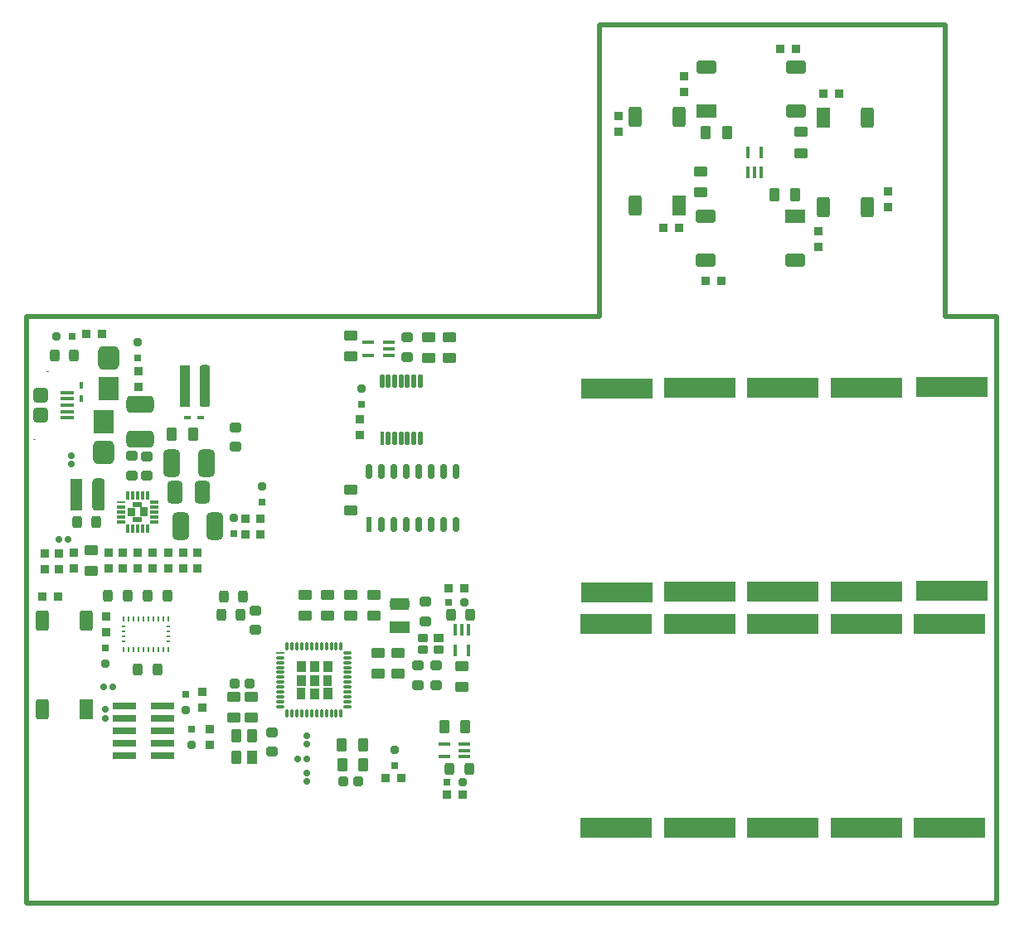
<source format=gtp>
G04*
G04 #@! TF.GenerationSoftware,Altium Limited,Altium Designer,22.2.1 (43)*
G04*
G04 Layer_Color=8421504*
%FSLAX25Y25*%
%MOIN*%
G70*
G04*
G04 #@! TF.SameCoordinates,3F60BFF8-F64E-45F8-B6E0-E43E19044127*
G04*
G04*
G04 #@! TF.FilePolarity,Positive*
G04*
G01*
G75*
%ADD16C,0.02000*%
%ADD17C,0.00000*%
%ADD18R,0.08465X0.09646*%
G04:AMPARAMS|DCode=19|XSize=84.65mil|YSize=96.46mil|CornerRadius=21.16mil|HoleSize=0mil|Usage=FLASHONLY|Rotation=180.000|XOffset=0mil|YOffset=0mil|HoleType=Round|Shape=RoundedRectangle|*
%AMROUNDEDRECTD19*
21,1,0.08465,0.05413,0,0,180.0*
21,1,0.04232,0.09646,0,0,180.0*
1,1,0.04232,-0.02116,0.02707*
1,1,0.04232,0.02116,0.02707*
1,1,0.04232,0.02116,-0.02707*
1,1,0.04232,-0.02116,-0.02707*
%
%ADD19ROUNDEDRECTD19*%
G04:AMPARAMS|DCode=20|XSize=35.43mil|YSize=35.43mil|CornerRadius=8.86mil|HoleSize=0mil|Usage=FLASHONLY|Rotation=90.000|XOffset=0mil|YOffset=0mil|HoleType=Round|Shape=RoundedRectangle|*
%AMROUNDEDRECTD20*
21,1,0.03543,0.01772,0,0,90.0*
21,1,0.01772,0.03543,0,0,90.0*
1,1,0.01772,0.00886,0.00886*
1,1,0.01772,0.00886,-0.00886*
1,1,0.01772,-0.00886,-0.00886*
1,1,0.01772,-0.00886,0.00886*
%
%ADD20ROUNDEDRECTD20*%
G04:AMPARAMS|DCode=21|XSize=35.43mil|YSize=35.43mil|CornerRadius=8.86mil|HoleSize=0mil|Usage=FLASHONLY|Rotation=180.000|XOffset=0mil|YOffset=0mil|HoleType=Round|Shape=RoundedRectangle|*
%AMROUNDEDRECTD21*
21,1,0.03543,0.01772,0,0,180.0*
21,1,0.01772,0.03543,0,0,180.0*
1,1,0.01772,-0.00886,0.00886*
1,1,0.01772,0.00886,0.00886*
1,1,0.01772,0.00886,-0.00886*
1,1,0.01772,-0.00886,-0.00886*
%
%ADD21ROUNDEDRECTD21*%
G04:AMPARAMS|DCode=22|XSize=90.55mil|YSize=62.99mil|CornerRadius=15.75mil|HoleSize=0mil|Usage=FLASHONLY|Rotation=90.000|XOffset=0mil|YOffset=0mil|HoleType=Round|Shape=RoundedRectangle|*
%AMROUNDEDRECTD22*
21,1,0.09055,0.03150,0,0,90.0*
21,1,0.05906,0.06299,0,0,90.0*
1,1,0.03150,0.01575,0.02953*
1,1,0.03150,0.01575,-0.02953*
1,1,0.03150,-0.01575,-0.02953*
1,1,0.03150,-0.01575,0.02953*
%
%ADD22ROUNDEDRECTD22*%
G04:AMPARAMS|DCode=23|XSize=78.74mil|YSize=49.21mil|CornerRadius=12.3mil|HoleSize=0mil|Usage=FLASHONLY|Rotation=180.000|XOffset=0mil|YOffset=0mil|HoleType=Round|Shape=RoundedRectangle|*
%AMROUNDEDRECTD23*
21,1,0.07874,0.02461,0,0,180.0*
21,1,0.05413,0.04921,0,0,180.0*
1,1,0.02461,-0.02707,0.01230*
1,1,0.02461,0.02707,0.01230*
1,1,0.02461,0.02707,-0.01230*
1,1,0.02461,-0.02707,-0.01230*
%
%ADD23ROUNDEDRECTD23*%
%ADD24R,0.07874X0.04921*%
G04:AMPARAMS|DCode=25|XSize=130mil|YSize=50mil|CornerRadius=12.5mil|HoleSize=0mil|Usage=FLASHONLY|Rotation=90.000|XOffset=0mil|YOffset=0mil|HoleType=Round|Shape=RoundedRectangle|*
%AMROUNDEDRECTD25*
21,1,0.13000,0.02500,0,0,90.0*
21,1,0.10500,0.05000,0,0,90.0*
1,1,0.02500,0.01250,0.05250*
1,1,0.02500,0.01250,-0.05250*
1,1,0.02500,-0.01250,-0.05250*
1,1,0.02500,-0.01250,0.05250*
%
%ADD25ROUNDEDRECTD25*%
%ADD26R,0.05000X0.13000*%
%ADD27R,0.00984X0.02067*%
%ADD28R,0.01673X0.00984*%
G04:AMPARAMS|DCode=29|XSize=59.06mil|YSize=61.02mil|CornerRadius=14.76mil|HoleSize=0mil|Usage=FLASHONLY|Rotation=270.000|XOffset=0mil|YOffset=0mil|HoleType=Round|Shape=RoundedRectangle|*
%AMROUNDEDRECTD29*
21,1,0.05906,0.03150,0,0,270.0*
21,1,0.02953,0.06102,0,0,270.0*
1,1,0.02953,-0.01575,-0.01476*
1,1,0.02953,-0.01575,0.01476*
1,1,0.02953,0.01575,0.01476*
1,1,0.02953,0.01575,-0.01476*
%
%ADD29ROUNDEDRECTD29*%
G04:AMPARAMS|DCode=30|XSize=15.75mil|YSize=53.15mil|CornerRadius=3.94mil|HoleSize=0mil|Usage=FLASHONLY|Rotation=270.000|XOffset=0mil|YOffset=0mil|HoleType=Round|Shape=RoundedRectangle|*
%AMROUNDEDRECTD30*
21,1,0.01575,0.04528,0,0,270.0*
21,1,0.00787,0.05315,0,0,270.0*
1,1,0.00787,-0.02264,-0.00394*
1,1,0.00787,-0.02264,0.00394*
1,1,0.00787,0.02264,0.00394*
1,1,0.00787,0.02264,-0.00394*
%
%ADD30ROUNDEDRECTD30*%
%ADD31R,0.05512X0.08268*%
G04:AMPARAMS|DCode=32|XSize=82.68mil|YSize=55.12mil|CornerRadius=13.78mil|HoleSize=0mil|Usage=FLASHONLY|Rotation=90.000|XOffset=0mil|YOffset=0mil|HoleType=Round|Shape=RoundedRectangle|*
%AMROUNDEDRECTD32*
21,1,0.08268,0.02756,0,0,90.0*
21,1,0.05512,0.05512,0,0,90.0*
1,1,0.02756,0.01378,0.02756*
1,1,0.02756,0.01378,-0.02756*
1,1,0.02756,-0.01378,-0.02756*
1,1,0.02756,-0.01378,0.02756*
%
%ADD32ROUNDEDRECTD32*%
G04:AMPARAMS|DCode=33|XSize=82.68mil|YSize=55.12mil|CornerRadius=13.78mil|HoleSize=0mil|Usage=FLASHONLY|Rotation=180.000|XOffset=0mil|YOffset=0mil|HoleType=Round|Shape=RoundedRectangle|*
%AMROUNDEDRECTD33*
21,1,0.08268,0.02756,0,0,180.0*
21,1,0.05512,0.05512,0,0,180.0*
1,1,0.02756,-0.02756,0.01378*
1,1,0.02756,0.02756,0.01378*
1,1,0.02756,0.02756,-0.01378*
1,1,0.02756,-0.02756,-0.01378*
%
%ADD33ROUNDEDRECTD33*%
%ADD34R,0.08268X0.05512*%
%ADD35R,0.04685X0.01575*%
G04:AMPARAMS|DCode=36|XSize=46.85mil|YSize=15.75mil|CornerRadius=1.97mil|HoleSize=0mil|Usage=FLASHONLY|Rotation=180.000|XOffset=0mil|YOffset=0mil|HoleType=Round|Shape=RoundedRectangle|*
%AMROUNDEDRECTD36*
21,1,0.04685,0.01181,0,0,180.0*
21,1,0.04291,0.01575,0,0,180.0*
1,1,0.00394,-0.02146,0.00591*
1,1,0.00394,0.02146,0.00591*
1,1,0.00394,0.02146,-0.00591*
1,1,0.00394,-0.02146,-0.00591*
%
%ADD36ROUNDEDRECTD36*%
G04:AMPARAMS|DCode=37|XSize=46.85mil|YSize=15.75mil|CornerRadius=1.97mil|HoleSize=0mil|Usage=FLASHONLY|Rotation=90.000|XOffset=0mil|YOffset=0mil|HoleType=Round|Shape=RoundedRectangle|*
%AMROUNDEDRECTD37*
21,1,0.04685,0.01181,0,0,90.0*
21,1,0.04291,0.01575,0,0,90.0*
1,1,0.00394,0.00591,0.02146*
1,1,0.00394,0.00591,-0.02146*
1,1,0.00394,-0.00591,-0.02146*
1,1,0.00394,-0.00591,0.02146*
%
%ADD37ROUNDEDRECTD37*%
%ADD38R,0.01575X0.04685*%
%ADD39R,0.02362X0.06102*%
G04:AMPARAMS|DCode=40|XSize=23.62mil|YSize=61.02mil|CornerRadius=5.91mil|HoleSize=0mil|Usage=FLASHONLY|Rotation=180.000|XOffset=0mil|YOffset=0mil|HoleType=Round|Shape=RoundedRectangle|*
%AMROUNDEDRECTD40*
21,1,0.02362,0.04921,0,0,180.0*
21,1,0.01181,0.06102,0,0,180.0*
1,1,0.01181,-0.00591,0.02461*
1,1,0.01181,0.00591,0.02461*
1,1,0.01181,0.00591,-0.02461*
1,1,0.01181,-0.00591,-0.02461*
%
%ADD40ROUNDEDRECTD40*%
G04:AMPARAMS|DCode=41|XSize=35.43mil|YSize=39.37mil|CornerRadius=8.86mil|HoleSize=0mil|Usage=FLASHONLY|Rotation=270.000|XOffset=0mil|YOffset=0mil|HoleType=Round|Shape=RoundedRectangle|*
%AMROUNDEDRECTD41*
21,1,0.03543,0.02165,0,0,270.0*
21,1,0.01772,0.03937,0,0,270.0*
1,1,0.01772,-0.01083,-0.00886*
1,1,0.01772,-0.01083,0.00886*
1,1,0.01772,0.01083,0.00886*
1,1,0.01772,0.01083,-0.00886*
%
%ADD41ROUNDEDRECTD41*%
%ADD42R,0.03937X0.03543*%
G04:AMPARAMS|DCode=43|XSize=25.59mil|YSize=15.75mil|CornerRadius=3.94mil|HoleSize=0mil|Usage=FLASHONLY|Rotation=0.000|XOffset=0mil|YOffset=0mil|HoleType=Round|Shape=RoundedRectangle|*
%AMROUNDEDRECTD43*
21,1,0.02559,0.00787,0,0,0.0*
21,1,0.01772,0.01575,0,0,0.0*
1,1,0.00787,0.00886,-0.00394*
1,1,0.00787,-0.00886,-0.00394*
1,1,0.00787,-0.00886,0.00394*
1,1,0.00787,0.00886,0.00394*
%
%ADD43ROUNDEDRECTD43*%
%ADD44R,0.02559X0.01575*%
%ADD45R,0.01575X0.02559*%
G04:AMPARAMS|DCode=46|XSize=25.59mil|YSize=15.75mil|CornerRadius=3.94mil|HoleSize=0mil|Usage=FLASHONLY|Rotation=270.000|XOffset=0mil|YOffset=0mil|HoleType=Round|Shape=RoundedRectangle|*
%AMROUNDEDRECTD46*
21,1,0.02559,0.00787,0,0,270.0*
21,1,0.01772,0.01575,0,0,270.0*
1,1,0.00787,-0.00394,-0.00886*
1,1,0.00787,-0.00394,0.00886*
1,1,0.00787,0.00394,0.00886*
1,1,0.00787,0.00394,-0.00886*
%
%ADD46ROUNDEDRECTD46*%
G04:AMPARAMS|DCode=47|XSize=55.12mil|YSize=43.31mil|CornerRadius=10.83mil|HoleSize=0mil|Usage=FLASHONLY|Rotation=270.000|XOffset=0mil|YOffset=0mil|HoleType=Round|Shape=RoundedRectangle|*
%AMROUNDEDRECTD47*
21,1,0.05512,0.02165,0,0,270.0*
21,1,0.03347,0.04331,0,0,270.0*
1,1,0.02165,-0.01083,-0.01673*
1,1,0.02165,-0.01083,0.01673*
1,1,0.02165,0.01083,0.01673*
1,1,0.02165,0.01083,-0.01673*
%
%ADD47ROUNDEDRECTD47*%
%ADD48R,0.04331X0.05512*%
%ADD49R,0.03150X0.03150*%
G04:AMPARAMS|DCode=50|XSize=31.5mil|YSize=31.5mil|CornerRadius=7.87mil|HoleSize=0mil|Usage=FLASHONLY|Rotation=90.000|XOffset=0mil|YOffset=0mil|HoleType=Round|Shape=RoundedRectangle|*
%AMROUNDEDRECTD50*
21,1,0.03150,0.01575,0,0,90.0*
21,1,0.01575,0.03150,0,0,90.0*
1,1,0.01575,0.00787,0.00787*
1,1,0.01575,0.00787,-0.00787*
1,1,0.01575,-0.00787,-0.00787*
1,1,0.01575,-0.00787,0.00787*
%
%ADD50ROUNDEDRECTD50*%
G04:AMPARAMS|DCode=51|XSize=31.5mil|YSize=31.5mil|CornerRadius=7.87mil|HoleSize=0mil|Usage=FLASHONLY|Rotation=0.000|XOffset=0mil|YOffset=0mil|HoleType=Round|Shape=RoundedRectangle|*
%AMROUNDEDRECTD51*
21,1,0.03150,0.01575,0,0,0.0*
21,1,0.01575,0.03150,0,0,0.0*
1,1,0.01575,0.00787,-0.00787*
1,1,0.01575,-0.00787,-0.00787*
1,1,0.01575,-0.00787,0.00787*
1,1,0.01575,0.00787,0.00787*
%
%ADD51ROUNDEDRECTD51*%
%ADD52R,0.03150X0.03150*%
%ADD53R,0.29134X0.07874*%
G04:AMPARAMS|DCode=54|XSize=38.58mil|YSize=40.55mil|CornerRadius=9.65mil|HoleSize=0mil|Usage=FLASHONLY|Rotation=270.000|XOffset=0mil|YOffset=0mil|HoleType=Round|Shape=RoundedRectangle|*
%AMROUNDEDRECTD54*
21,1,0.03858,0.02126,0,0,270.0*
21,1,0.01929,0.04055,0,0,270.0*
1,1,0.01929,-0.01063,-0.00965*
1,1,0.01929,-0.01063,0.00965*
1,1,0.01929,0.01063,0.00965*
1,1,0.01929,0.01063,-0.00965*
%
%ADD54ROUNDEDRECTD54*%
G04:AMPARAMS|DCode=55|XSize=110.24mil|YSize=68.9mil|CornerRadius=17.22mil|HoleSize=0mil|Usage=FLASHONLY|Rotation=180.000|XOffset=0mil|YOffset=0mil|HoleType=Round|Shape=RoundedRectangle|*
%AMROUNDEDRECTD55*
21,1,0.11024,0.03445,0,0,180.0*
21,1,0.07579,0.06890,0,0,180.0*
1,1,0.03445,-0.03789,0.01722*
1,1,0.03445,0.03789,0.01722*
1,1,0.03445,0.03789,-0.01722*
1,1,0.03445,-0.03789,-0.01722*
%
%ADD55ROUNDEDRECTD55*%
G04:AMPARAMS|DCode=56|XSize=110.24mil|YSize=68.9mil|CornerRadius=17.22mil|HoleSize=0mil|Usage=FLASHONLY|Rotation=90.000|XOffset=0mil|YOffset=0mil|HoleType=Round|Shape=RoundedRectangle|*
%AMROUNDEDRECTD56*
21,1,0.11024,0.03445,0,0,90.0*
21,1,0.07579,0.06890,0,0,90.0*
1,1,0.03445,0.01722,0.03789*
1,1,0.03445,0.01722,-0.03789*
1,1,0.03445,-0.01722,-0.03789*
1,1,0.03445,-0.01722,0.03789*
%
%ADD56ROUNDEDRECTD56*%
G04:AMPARAMS|DCode=57|XSize=55.12mil|YSize=42mil|CornerRadius=10.5mil|HoleSize=0mil|Usage=FLASHONLY|Rotation=90.000|XOffset=0mil|YOffset=0mil|HoleType=Round|Shape=RoundedRectangle|*
%AMROUNDEDRECTD57*
21,1,0.05512,0.02100,0,0,90.0*
21,1,0.03412,0.04200,0,0,90.0*
1,1,0.02100,0.01050,0.01706*
1,1,0.02100,0.01050,-0.01706*
1,1,0.02100,-0.01050,-0.01706*
1,1,0.02100,-0.01050,0.01706*
%
%ADD57ROUNDEDRECTD57*%
G04:AMPARAMS|DCode=58|XSize=55.12mil|YSize=42mil|CornerRadius=10.5mil|HoleSize=0mil|Usage=FLASHONLY|Rotation=180.000|XOffset=0mil|YOffset=0mil|HoleType=Round|Shape=RoundedRectangle|*
%AMROUNDEDRECTD58*
21,1,0.05512,0.02100,0,0,180.0*
21,1,0.03412,0.04200,0,0,180.0*
1,1,0.02100,-0.01706,0.01050*
1,1,0.02100,0.01706,0.01050*
1,1,0.02100,0.01706,-0.01050*
1,1,0.02100,-0.01706,-0.01050*
%
%ADD58ROUNDEDRECTD58*%
%ADD59R,0.04000X0.17000*%
G04:AMPARAMS|DCode=60|XSize=40mil|YSize=170mil|CornerRadius=10mil|HoleSize=0mil|Usage=FLASHONLY|Rotation=0.000|XOffset=0mil|YOffset=0mil|HoleType=Round|Shape=RoundedRectangle|*
%AMROUNDEDRECTD60*
21,1,0.04000,0.15000,0,0,0.0*
21,1,0.02000,0.17000,0,0,0.0*
1,1,0.02000,0.01000,-0.07500*
1,1,0.02000,-0.01000,-0.07500*
1,1,0.02000,-0.01000,0.07500*
1,1,0.02000,0.01000,0.07500*
%
%ADD60ROUNDEDRECTD60*%
G04:AMPARAMS|DCode=61|XSize=47.24mil|YSize=39.37mil|CornerRadius=9.84mil|HoleSize=0mil|Usage=FLASHONLY|Rotation=0.000|XOffset=0mil|YOffset=0mil|HoleType=Round|Shape=RoundedRectangle|*
%AMROUNDEDRECTD61*
21,1,0.04724,0.01968,0,0,0.0*
21,1,0.02756,0.03937,0,0,0.0*
1,1,0.01968,0.01378,-0.00984*
1,1,0.01968,-0.01378,-0.00984*
1,1,0.01968,-0.01378,0.00984*
1,1,0.01968,0.01378,0.00984*
%
%ADD61ROUNDEDRECTD61*%
G04:AMPARAMS|DCode=62|XSize=47.24mil|YSize=39.37mil|CornerRadius=9.84mil|HoleSize=0mil|Usage=FLASHONLY|Rotation=270.000|XOffset=0mil|YOffset=0mil|HoleType=Round|Shape=RoundedRectangle|*
%AMROUNDEDRECTD62*
21,1,0.04724,0.01968,0,0,270.0*
21,1,0.02756,0.03937,0,0,270.0*
1,1,0.01968,-0.00984,-0.01378*
1,1,0.01968,-0.00984,0.01378*
1,1,0.01968,0.00984,0.01378*
1,1,0.01968,0.00984,-0.01378*
%
%ADD62ROUNDEDRECTD62*%
G04:AMPARAMS|DCode=63|XSize=17.72mil|YSize=55.12mil|CornerRadius=4.43mil|HoleSize=0mil|Usage=FLASHONLY|Rotation=180.000|XOffset=0mil|YOffset=0mil|HoleType=Round|Shape=RoundedRectangle|*
%AMROUNDEDRECTD63*
21,1,0.01772,0.04626,0,0,180.0*
21,1,0.00886,0.05512,0,0,180.0*
1,1,0.00886,-0.00443,0.02313*
1,1,0.00886,0.00443,0.02313*
1,1,0.00886,0.00443,-0.02313*
1,1,0.00886,-0.00443,-0.02313*
%
%ADD63ROUNDEDRECTD63*%
%ADD64R,0.01772X0.05512*%
G04:AMPARAMS|DCode=65|XSize=35.04mil|YSize=10.24mil|CornerRadius=1.28mil|HoleSize=0mil|Usage=FLASHONLY|Rotation=0.000|XOffset=0mil|YOffset=0mil|HoleType=Round|Shape=RoundedRectangle|*
%AMROUNDEDRECTD65*
21,1,0.03504,0.00768,0,0,0.0*
21,1,0.03248,0.01024,0,0,0.0*
1,1,0.00256,0.01624,-0.00384*
1,1,0.00256,-0.01624,-0.00384*
1,1,0.00256,-0.01624,0.00384*
1,1,0.00256,0.01624,0.00384*
%
%ADD65ROUNDEDRECTD65*%
%ADD66R,0.03504X0.01024*%
G04:AMPARAMS|DCode=67|XSize=35.04mil|YSize=10.24mil|CornerRadius=1.28mil|HoleSize=0mil|Usage=FLASHONLY|Rotation=90.000|XOffset=0mil|YOffset=0mil|HoleType=Round|Shape=RoundedRectangle|*
%AMROUNDEDRECTD67*
21,1,0.03504,0.00768,0,0,90.0*
21,1,0.03248,0.01024,0,0,90.0*
1,1,0.00256,0.00384,0.01624*
1,1,0.00256,0.00384,-0.01624*
1,1,0.00256,-0.00384,-0.01624*
1,1,0.00256,-0.00384,0.01624*
%
%ADD67ROUNDEDRECTD67*%
%ADD68R,0.03386X0.01024*%
G04:AMPARAMS|DCode=69|XSize=10.24mil|YSize=33.86mil|CornerRadius=2.56mil|HoleSize=0mil|Usage=FLASHONLY|Rotation=0.000|XOffset=0mil|YOffset=0mil|HoleType=Round|Shape=RoundedRectangle|*
%AMROUNDEDRECTD69*
21,1,0.01024,0.02874,0,0,0.0*
21,1,0.00512,0.03386,0,0,0.0*
1,1,0.00512,0.00256,-0.01437*
1,1,0.00512,-0.00256,-0.01437*
1,1,0.00512,-0.00256,0.01437*
1,1,0.00512,0.00256,0.01437*
%
%ADD69ROUNDEDRECTD69*%
G04:AMPARAMS|DCode=70|XSize=10.24mil|YSize=33.86mil|CornerRadius=2.56mil|HoleSize=0mil|Usage=FLASHONLY|Rotation=90.000|XOffset=0mil|YOffset=0mil|HoleType=Round|Shape=RoundedRectangle|*
%AMROUNDEDRECTD70*
21,1,0.01024,0.02874,0,0,90.0*
21,1,0.00512,0.03386,0,0,90.0*
1,1,0.00512,0.01437,0.00256*
1,1,0.00512,0.01437,-0.00256*
1,1,0.00512,-0.01437,-0.00256*
1,1,0.00512,-0.01437,0.00256*
%
%ADD70ROUNDEDRECTD70*%
G04:AMPARAMS|DCode=71|XSize=29.92mil|YSize=94.49mil|CornerRadius=7.48mil|HoleSize=0mil|Usage=FLASHONLY|Rotation=270.000|XOffset=0mil|YOffset=0mil|HoleType=Round|Shape=RoundedRectangle|*
%AMROUNDEDRECTD71*
21,1,0.02992,0.07953,0,0,270.0*
21,1,0.01496,0.09449,0,0,270.0*
1,1,0.01496,-0.03976,-0.00748*
1,1,0.01496,-0.03976,0.00748*
1,1,0.01496,0.03976,0.00748*
1,1,0.01496,0.03976,-0.00748*
%
%ADD71ROUNDEDRECTD71*%
%ADD72R,0.09449X0.02992*%
G04:AMPARAMS|DCode=73|XSize=24.41mil|YSize=25.98mil|CornerRadius=6.1mil|HoleSize=0mil|Usage=FLASHONLY|Rotation=180.000|XOffset=0mil|YOffset=0mil|HoleType=Round|Shape=RoundedRectangle|*
%AMROUNDEDRECTD73*
21,1,0.02441,0.01378,0,0,180.0*
21,1,0.01221,0.02598,0,0,180.0*
1,1,0.01221,-0.00610,0.00689*
1,1,0.01221,0.00610,0.00689*
1,1,0.01221,0.00610,-0.00689*
1,1,0.01221,-0.00610,-0.00689*
%
%ADD73ROUNDEDRECTD73*%
G04:AMPARAMS|DCode=74|XSize=24.41mil|YSize=25.98mil|CornerRadius=6.1mil|HoleSize=0mil|Usage=FLASHONLY|Rotation=90.000|XOffset=0mil|YOffset=0mil|HoleType=Round|Shape=RoundedRectangle|*
%AMROUNDEDRECTD74*
21,1,0.02441,0.01378,0,0,90.0*
21,1,0.01221,0.02598,0,0,90.0*
1,1,0.01221,0.00689,0.00610*
1,1,0.01221,0.00689,-0.00610*
1,1,0.01221,-0.00689,-0.00610*
1,1,0.01221,-0.00689,0.00610*
%
%ADD74ROUNDEDRECTD74*%
G04:AMPARAMS|DCode=75|XSize=24.41mil|YSize=24.5mil|CornerRadius=6.1mil|HoleSize=0mil|Usage=FLASHONLY|Rotation=270.000|XOffset=0mil|YOffset=0mil|HoleType=Round|Shape=RoundedRectangle|*
%AMROUNDEDRECTD75*
21,1,0.02441,0.01230,0,0,270.0*
21,1,0.01221,0.02450,0,0,270.0*
1,1,0.01221,-0.00615,-0.00610*
1,1,0.01221,-0.00615,0.00610*
1,1,0.01221,0.00615,0.00610*
1,1,0.01221,0.00615,-0.00610*
%
%ADD75ROUNDEDRECTD75*%
G36*
X46295Y159400D02*
X42697D01*
Y161478D01*
X42735Y161517D01*
X46295D01*
Y159400D01*
D02*
G37*
G36*
X48514Y155712D02*
X45657D01*
X45618Y155751D01*
Y159310D01*
X48514D01*
Y155712D01*
D02*
G37*
G36*
X43373Y155674D02*
X40516D01*
X40478Y155712D01*
Y159271D01*
X43373D01*
Y155674D01*
D02*
G37*
G36*
X46320Y153467D02*
X42684D01*
Y155600D01*
X46320D01*
Y153467D01*
D02*
G37*
G36*
X122766Y93129D02*
X122721Y93083D01*
X119188D01*
Y97487D01*
X122766D01*
Y93129D01*
D02*
G37*
G36*
X117536D02*
X117490Y93083D01*
X113957D01*
Y97487D01*
X117536D01*
Y93129D01*
D02*
G37*
G36*
X112122D02*
X112076Y93083D01*
X108543D01*
Y97487D01*
X112122D01*
Y93129D01*
D02*
G37*
G36*
X122697Y87577D02*
X122652Y87532D01*
X119119D01*
Y91936D01*
X122697D01*
Y87577D01*
D02*
G37*
G36*
X117536D02*
X117490Y87532D01*
X113957D01*
Y91936D01*
X117536D01*
Y87577D01*
D02*
G37*
G36*
X112053Y87531D02*
X112007Y87485D01*
X108474D01*
Y91890D01*
X112053D01*
Y87531D01*
D02*
G37*
G36*
X122743Y82255D02*
X122697Y82209D01*
X119165D01*
Y86614D01*
X122743D01*
Y82255D01*
D02*
G37*
G36*
X112007D02*
X111961Y82209D01*
X108429D01*
Y86614D01*
X112007D01*
Y82255D01*
D02*
G37*
G36*
X117513Y82186D02*
X117467Y82140D01*
X113934D01*
Y86545D01*
X117513D01*
Y82186D01*
D02*
G37*
D16*
X369200Y236000D02*
X390000D01*
X-0Y0D02*
X0Y236000D01*
X230300D01*
Y353500D01*
X369200Y353500D01*
X0Y0D02*
X197000D01*
X390000D01*
X390000D02*
X390000Y236000D01*
X369200D02*
Y353500D01*
D17*
X2468Y186658D02*
X3138D01*
X7862Y214216D02*
X8531D01*
D18*
X33000Y207199D02*
D03*
X31000Y193701D02*
D03*
D19*
X33000Y219601D02*
D03*
X31000Y181299D02*
D03*
D20*
X168750Y43900D02*
D03*
X175050D02*
D03*
X262250Y271700D02*
D03*
X255950D02*
D03*
X272850Y250300D02*
D03*
X279150D02*
D03*
X302750Y343700D02*
D03*
X309050D02*
D03*
X320250Y325700D02*
D03*
X326550D02*
D03*
X144150Y50500D02*
D03*
X150450D02*
D03*
X12500Y123500D02*
D03*
X6201D02*
D03*
X23850Y229000D02*
D03*
X30150D02*
D03*
X175750Y126900D02*
D03*
X169450D02*
D03*
D21*
X237900Y310550D02*
D03*
Y316850D02*
D03*
X318300Y270350D02*
D03*
Y264050D02*
D03*
X264100Y332650D02*
D03*
Y326350D02*
D03*
X346200Y286550D02*
D03*
Y280250D02*
D03*
X70525Y78650D02*
D03*
Y84950D02*
D03*
X73500Y70150D02*
D03*
Y63850D02*
D03*
X87700Y154850D02*
D03*
Y148550D02*
D03*
X94000Y148350D02*
D03*
Y154650D02*
D03*
X13000Y134550D02*
D03*
Y140850D02*
D03*
X19000Y140999D02*
D03*
Y134700D02*
D03*
X7200Y134550D02*
D03*
Y140850D02*
D03*
X38600Y141150D02*
D03*
Y134850D02*
D03*
X44600Y141050D02*
D03*
Y134750D02*
D03*
X62700Y134850D02*
D03*
Y141150D02*
D03*
X44700Y214150D02*
D03*
Y207850D02*
D03*
X134000Y188350D02*
D03*
Y194650D02*
D03*
X31847Y109066D02*
D03*
Y115365D02*
D03*
X32700Y141199D02*
D03*
Y134900D02*
D03*
X50600Y141050D02*
D03*
Y134750D02*
D03*
X68600D02*
D03*
Y141050D02*
D03*
X56700Y141128D02*
D03*
Y134828D02*
D03*
D22*
X70612Y165300D02*
D03*
X59588D02*
D03*
D23*
X149800Y120526D02*
D03*
D24*
Y111274D02*
D03*
D25*
X29000Y164500D02*
D03*
D26*
X20000D02*
D03*
D27*
X38989Y114567D02*
D03*
Y102264D02*
D03*
X40957D02*
D03*
X42926D02*
D03*
X44894D02*
D03*
X46863D02*
D03*
X48831D02*
D03*
X50800D02*
D03*
X52768D02*
D03*
X54737D02*
D03*
X56705D02*
D03*
Y114567D02*
D03*
X54737D02*
D03*
X52768D02*
D03*
X50800D02*
D03*
X48831D02*
D03*
X46863D02*
D03*
X44894D02*
D03*
X42926D02*
D03*
X40957D02*
D03*
D28*
X38743Y111369D02*
D03*
Y109400D02*
D03*
Y107431D02*
D03*
Y105463D02*
D03*
X56951D02*
D03*
Y107431D02*
D03*
Y109400D02*
D03*
Y111369D02*
D03*
D29*
X5500Y196500D02*
D03*
Y204374D02*
D03*
D30*
X16130Y195319D02*
D03*
Y197878D02*
D03*
Y200437D02*
D03*
Y202996D02*
D03*
Y205555D02*
D03*
D31*
X262231Y280772D02*
D03*
X320069Y316028D02*
D03*
X24000Y78000D02*
D03*
D32*
X262231Y316599D02*
D03*
X244515Y280772D02*
D03*
Y316599D02*
D03*
X337785Y280201D02*
D03*
Y316028D02*
D03*
X320069Y280201D02*
D03*
X24000Y113827D02*
D03*
X6284Y78000D02*
D03*
Y113827D02*
D03*
D33*
X273001Y258615D02*
D03*
X308828D02*
D03*
X273001Y276331D02*
D03*
X309099Y318669D02*
D03*
X273272Y336385D02*
D03*
X309099D02*
D03*
D34*
X308828Y276331D02*
D03*
X273272Y318669D02*
D03*
D35*
X175800Y59000D02*
D03*
X145400Y220600D02*
D03*
D36*
X175800Y61600D02*
D03*
Y64100D02*
D03*
X167700D02*
D03*
Y59000D02*
D03*
X145400Y223200D02*
D03*
Y225700D02*
D03*
X137300D02*
D03*
Y220600D02*
D03*
D37*
X290015Y302173D02*
D03*
X295114D02*
D03*
Y294073D02*
D03*
X292615D02*
D03*
X177400Y101900D02*
D03*
X172300D02*
D03*
Y110000D02*
D03*
X174800D02*
D03*
D38*
X290015Y294073D02*
D03*
X177400Y110000D02*
D03*
D39*
X137600Y152570D02*
D03*
D40*
X142600D02*
D03*
X147600D02*
D03*
X152600D02*
D03*
X157600D02*
D03*
X162600D02*
D03*
X167600D02*
D03*
X172600D02*
D03*
X137600Y173830D02*
D03*
X142600D02*
D03*
X147600D02*
D03*
X152600D02*
D03*
X157600D02*
D03*
X162600D02*
D03*
X167600D02*
D03*
X172600D02*
D03*
D41*
X159271Y106917D02*
D03*
Y102094D02*
D03*
X165668D02*
D03*
D42*
Y106917D02*
D03*
D43*
X69759Y195300D02*
D03*
D44*
X64641D02*
D03*
D45*
X22000Y208359D02*
D03*
D46*
Y203241D02*
D03*
D47*
X84100Y58900D02*
D03*
Y67561D02*
D03*
X90399D02*
D03*
D48*
Y58900D02*
D03*
D49*
X168850Y48800D02*
D03*
X18150Y228000D02*
D03*
X169550Y121200D02*
D03*
D50*
X175150Y48800D02*
D03*
X11850Y228000D02*
D03*
X175850Y121200D02*
D03*
D51*
X63800Y77750D02*
D03*
X66300Y63850D02*
D03*
X147700Y61850D02*
D03*
X44600Y225650D02*
D03*
X83100Y154950D02*
D03*
X94500Y167650D02*
D03*
X134500Y207150D02*
D03*
X31605Y96588D02*
D03*
D52*
X63800Y84050D02*
D03*
X66300Y70150D02*
D03*
X147700Y55550D02*
D03*
X44600Y219350D02*
D03*
X83100Y148650D02*
D03*
X94500Y161350D02*
D03*
X134500Y200850D02*
D03*
X31605Y102887D02*
D03*
D53*
X237033Y207135D02*
D03*
Y125245D02*
D03*
X237000Y30610D02*
D03*
Y112500D02*
D03*
X270500Y207445D02*
D03*
Y125555D02*
D03*
Y30555D02*
D03*
Y112445D02*
D03*
X304000Y207445D02*
D03*
Y125555D02*
D03*
Y30610D02*
D03*
Y112500D02*
D03*
X337500Y207445D02*
D03*
Y125555D02*
D03*
Y30610D02*
D03*
Y112500D02*
D03*
X371700Y207745D02*
D03*
Y125855D02*
D03*
X371000Y30610D02*
D03*
Y112500D02*
D03*
D54*
X89392Y88300D02*
D03*
X83408D02*
D03*
X127108Y49200D02*
D03*
X133092D02*
D03*
D55*
X45500Y186910D02*
D03*
Y200690D02*
D03*
D56*
X72090Y177200D02*
D03*
X58310D02*
D03*
X75490Y151700D02*
D03*
X61710D02*
D03*
D57*
X167700Y71200D02*
D03*
X176100D02*
D03*
X308900Y285000D02*
D03*
X300500D02*
D03*
X281400Y310000D02*
D03*
X273000D02*
D03*
X135200Y55700D02*
D03*
X126800D02*
D03*
X58300Y188900D02*
D03*
X66700D02*
D03*
X135084Y63766D02*
D03*
X126684D02*
D03*
D58*
X270900Y294400D02*
D03*
Y286000D02*
D03*
X311200Y310300D02*
D03*
Y301900D02*
D03*
X83200Y74800D02*
D03*
Y83200D02*
D03*
X90300Y83100D02*
D03*
Y74700D02*
D03*
X139600Y115700D02*
D03*
Y124100D02*
D03*
X130100D02*
D03*
Y115700D02*
D03*
X120800D02*
D03*
Y124100D02*
D03*
X111700D02*
D03*
Y115700D02*
D03*
X149200Y100700D02*
D03*
Y92300D02*
D03*
X141200D02*
D03*
Y100700D02*
D03*
X26000Y133800D02*
D03*
Y142200D02*
D03*
X161400Y219500D02*
D03*
Y227900D02*
D03*
X130200Y220000D02*
D03*
Y228400D02*
D03*
X174700Y95500D02*
D03*
Y87100D02*
D03*
X169900Y227900D02*
D03*
Y219500D02*
D03*
X130300Y166600D02*
D03*
Y158200D02*
D03*
D59*
X63500Y208000D02*
D03*
D60*
X71500D02*
D03*
D61*
X160300Y121337D02*
D03*
Y113463D02*
D03*
X48200Y179937D02*
D03*
Y172063D02*
D03*
X42100Y172163D02*
D03*
Y180037D02*
D03*
X152900Y219763D02*
D03*
Y227637D02*
D03*
X164600Y95774D02*
D03*
Y87900D02*
D03*
X83900Y183663D02*
D03*
Y191537D02*
D03*
X157200Y87900D02*
D03*
Y95774D02*
D03*
X98600Y68874D02*
D03*
Y61000D02*
D03*
X91800Y117937D02*
D03*
Y110063D02*
D03*
D62*
X20063Y153500D02*
D03*
X27937D02*
D03*
X56542Y123738D02*
D03*
X48668D02*
D03*
X44563Y94000D02*
D03*
X52437D02*
D03*
X32668Y123738D02*
D03*
X40542D02*
D03*
X86937Y123500D02*
D03*
X79063D02*
D03*
X78126Y116000D02*
D03*
X86000D02*
D03*
X11063Y220500D02*
D03*
X18937D02*
D03*
X177737Y54200D02*
D03*
X169863D02*
D03*
X170463Y116000D02*
D03*
X178337D02*
D03*
D63*
X158142Y210185D02*
D03*
X155583D02*
D03*
X153024D02*
D03*
X150465D02*
D03*
X147906D02*
D03*
X145346D02*
D03*
X142787D02*
D03*
X158142Y186957D02*
D03*
X155583D02*
D03*
X153024D02*
D03*
X150465D02*
D03*
X147906D02*
D03*
X145346D02*
D03*
D64*
X142787D02*
D03*
D65*
X51153Y161437D02*
D03*
Y159468D02*
D03*
Y155532D02*
D03*
Y153563D02*
D03*
X37846D02*
D03*
Y155532D02*
D03*
Y157500D02*
D03*
Y159468D02*
D03*
X51153Y157500D02*
D03*
D66*
X37846Y161437D02*
D03*
D67*
X40563Y164154D02*
D03*
X42531D02*
D03*
X44500D02*
D03*
X46468D02*
D03*
X48437D02*
D03*
Y150847D02*
D03*
X46468D02*
D03*
X44500D02*
D03*
X42531D02*
D03*
X40563D02*
D03*
D68*
X101976Y100827D02*
D03*
D69*
X104673Y103524D02*
D03*
X106642D02*
D03*
X108610D02*
D03*
X110579D02*
D03*
X112547D02*
D03*
X114516D02*
D03*
X116484D02*
D03*
X118453D02*
D03*
X120421D02*
D03*
X122390D02*
D03*
X124358D02*
D03*
X126327D02*
D03*
Y76476D02*
D03*
X124358D02*
D03*
X122390D02*
D03*
X120421D02*
D03*
X118453D02*
D03*
X116484D02*
D03*
X114516D02*
D03*
X112547D02*
D03*
X110579D02*
D03*
X108610D02*
D03*
X106642D02*
D03*
X104673D02*
D03*
D70*
X129024Y100827D02*
D03*
Y98858D02*
D03*
Y96890D02*
D03*
Y94921D02*
D03*
Y92953D02*
D03*
Y90984D02*
D03*
Y89016D02*
D03*
Y87047D02*
D03*
Y85079D02*
D03*
Y83110D02*
D03*
Y81142D02*
D03*
Y79173D02*
D03*
X101976D02*
D03*
Y81142D02*
D03*
Y83110D02*
D03*
Y85079D02*
D03*
Y87047D02*
D03*
Y89016D02*
D03*
Y90984D02*
D03*
Y92953D02*
D03*
Y94921D02*
D03*
Y96890D02*
D03*
Y98858D02*
D03*
D71*
X54677Y59400D02*
D03*
X39323D02*
D03*
X54677Y64400D02*
D03*
X39323D02*
D03*
X54677Y69400D02*
D03*
X39323D02*
D03*
X54677Y74400D02*
D03*
X39323D02*
D03*
X54677Y79400D02*
D03*
D72*
X39323D02*
D03*
D73*
X18000Y176768D02*
D03*
Y180232D02*
D03*
X112400Y67432D02*
D03*
Y63968D02*
D03*
Y52432D02*
D03*
Y48968D02*
D03*
X31600Y74568D02*
D03*
Y78032D02*
D03*
D74*
X12968Y146400D02*
D03*
X16432D02*
D03*
X108868Y58200D02*
D03*
X34465Y87100D02*
D03*
X31000D02*
D03*
D75*
X112400Y58200D02*
D03*
M02*

</source>
